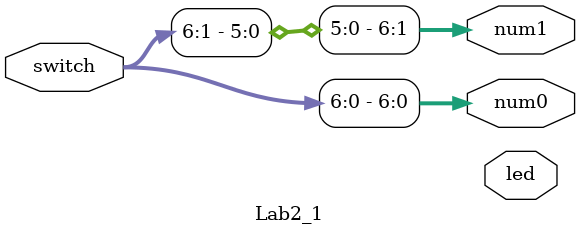
<source format=v>
`timescale 1ns / 1ps


module Lab2_1(
		input [7:0] switch,
		output  [6:0] num0,
		output  [6:0] num1,
		output [7:0] led 
    );
   assign  num0 [0] = switch[0] ;
   assign  num0 [1] = switch[1] ;
   assign  num0 [2] = switch[2] ;
   assign  num0 [3] = switch[3] ;
   assign  num0 [4] = switch[4] ;
   assign  num0 [5] = switch[5] ;
   assign  num0 [6] = switch[6] ;
   assign  num0 [0] = switch[0] ;
   assign  num1 [1] = switch[1] ;
   assign  num1 [2] = switch[2] ;
   assign  num1 [3] = switch[3] ;
   assign  num1 [4] = switch[4] ;
   assign  num1 [5] = switch[5] ;
   assign  num1 [6] = switch[6] ;
endmodule

</source>
